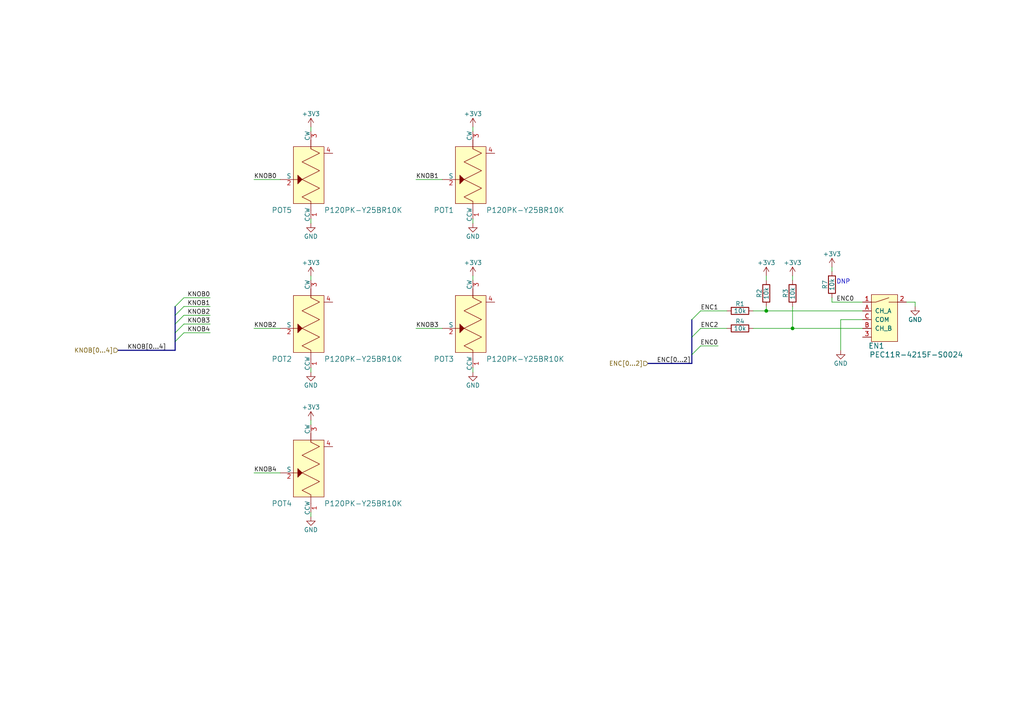
<source format=kicad_sch>
(kicad_sch (version 20211123) (generator eeschema)
  (paper "A4")
  (lib_symbols
    (symbol "Device:R" (pin_numbers hide) (pin_names (offset 0))
      (property "Reference" "R" (at 2.032 0 90))
      (property "Value" "R" (at 0 0 90))
      (symbol "R_0_1"
        (rectangle (start -1.016 -2.54) (end 1.016 2.54) (stroke (width 0.254)))
      )
      (symbol "R_1_1"
        (pin passive line (at 0 3.81 270) (length 1.27) (name "~") (number "1"))
        (pin passive line (at 0 -3.81 90) (length 1.27) (name "~") (number "2"))
      )
    )
    (symbol "dk_Encoders:PEC11R-4215F-S0024" (pin_names (offset 1.016))
      (property "Reference" "S" (at -1.27 5.715 0))
      (property "Value" "dk_Encoders_PEC11R-4215F-S0024" (at -1.27 -9.906 0))
      (symbol "PEC11R-4215F-S0024_0_1"
        (rectangle (start -5.08 4.699) (end 2.54 -8.89) (fill (type background)))
        (polyline (pts (xy 0 2.54) (xy 2.54 2.54)))
        (polyline (pts (xy -5.08 2.54) (xy -3.81 2.54) (xy 0 3.81)))
      )
      (symbol "PEC11R-4215F-S0024_1_1"
        (pin bidirectional line (at -7.62 2.54 0) (length 2.54) (name "~") (number "1"))
        (pin bidirectional line (at 5.08 2.54 180) (length 2.54) (name "~") (number "2"))
        (pin unspecified line (at -7.62 -7.62 0) (length 2.54) (name "~") (number "3"))
        (pin bidirectional line (at -7.62 0 0) (length 2.54) (name "CH_A") (number "A"))
        (pin bidirectional line (at -7.62 -5.08 0) (length 2.54) (name "CH_B") (number "B"))
        (pin input line (at -7.62 -2.54 0) (length 2.54) (name "COM") (number "C"))
      )
    )
    (symbol "dk_Rotary-Potentiometers-Rheostats:P120PK-Y25BR10K" (pin_names (offset 0))
      (property "Reference" "POT" (at -1.905 6.35 0))
      (property "Value" "dk_Rotary-Potentiometers-Rheostats_P120PK-Y25BR10K" (at 6.985 -5.08 0))
      (symbol "P120PK-Y25BR10K_0_1"
        (rectangle (start -6.985 5.08) (end 9.525 -3.81) (fill (type background)))
        (polyline (pts (xy -6.35 0) (xy -8.89 0)))
        (polyline (pts (xy 11.43 0) (xy 8.89 0)))
        (polyline (pts (xy -0.635 3.175) (xy -1.27 3.81) (xy 1.27 3.81) (xy 0 2.54)) (fill (type outline)))
        (polyline (pts (xy 0 2.54) (xy -0.635 3.175) (xy 0.635 3.175) (xy 0 2.54)))
        (polyline (pts (xy -6.3246 0.0254) (xy -5.0546 2.5654) (xy -2.5146 -2.5146) (xy -1.2446 0.0254) (xy 0.0254 2.5654) (xy 2.5654 -2.5146) (xy 5.1054 2.5654) (xy 7.6454 -2.5146) (xy 8.9154 0.0254) (xy 11.4554 0.0254)))
      )
      (symbol "P120PK-Y25BR10K_1_0"
        (pin unspecified line (at 7.62 -6.35 90) (length 2.54) (name "~") (number "4"))
      )
      (symbol "P120PK-Y25BR10K_1_1"
        (pin passive line (at -11.43 0 0) (length 2.54) (name "CCW") (number "1"))
        (pin passive line (at 0 8.89 270) (length 5.08) (name "S") (number "2"))
        (pin passive line (at 13.97 0 180) (length 2.54) (name "CW") (number "3"))
      )
    )
    (symbol "power:+3.3V" (power) (pin_names (offset 0))
      (property "Value" "+3.3V" (at 0 3.556 0))
      (symbol "+3.3V_0_1"
        (polyline (pts (xy -0.762 1.27) (xy 0 2.54)))
        (polyline (pts (xy 0 0) (xy 0 2.54)))
        (polyline (pts (xy 0 2.54) (xy 0.762 1.27)))
      )
      (symbol "+3.3V_1_1"
        (pin power_in line (at 0 0 90) (length 0) hide (name "+3V3") (number "1"))
      )
    )
    (symbol "power:GND" (power) (pin_names (offset 0))
      (property "Value" "GND" (at 0 -3.81 0))
      (symbol "GND_0_1"
        (polyline (pts (xy 0 0) (xy 0 -1.27) (xy 1.27 -1.27) (xy 0 -2.54) (xy -1.27 -1.27) (xy 0 -1.27)))
      )
      (symbol "GND_1_1"
        (pin power_in line (at 0 0 270) (length 0) hide (name "GND") (number "1"))
      )
    )
  )
  (junction (at 229.87 95.25))
  (junction (at 222.25 90.17))
  (bus_entry (at 50.8 99.06) (size 2.54 -2.54))
  (bus_entry (at 50.8 91.44) (size 2.54 -2.54))
  (bus_entry (at 200.66 92.71) (size 2.54 -2.54))
  (bus_entry (at 200.66 97.79) (size 2.54 -2.54))
  (bus_entry (at 50.8 88.9) (size 2.54 -2.54))
  (bus_entry (at 50.8 93.98) (size 2.54 -2.54))
  (bus_entry (at 50.8 96.52) (size 2.54 -2.54))
  (bus_entry (at 200.66 102.87) (size 2.54 -2.54))
  (wire (pts (xy 229.87 88.9) (xy 229.87 95.25)))
  (wire (pts (xy 241.3 77.47) (xy 241.3 78.74)))
  (wire (pts (xy 90.17 121.92) (xy 90.17 123.19)))
  (wire (pts (xy 53.34 93.98) (xy 60.96 93.98)))
  (wire (pts (xy 203.2 90.17) (xy 210.82 90.17)))
  (wire (pts (xy 73.66 52.07) (xy 81.28 52.07)))
  (wire (pts (xy 265.43 87.63) (xy 265.43 88.9)))
  (wire (pts (xy 137.16 106.68) (xy 137.16 107.95)))
  (wire (pts (xy 53.34 86.36) (xy 60.96 86.36)))
  (wire (pts (xy 203.2 95.25) (xy 210.82 95.25)))
  (bus (pts (xy 200.66 92.71) (xy 200.66 97.79)))
  (wire (pts (xy 203.2 100.33) (xy 208.28 100.33)))
  (wire (pts (xy 137.16 36.83) (xy 137.16 38.1)))
  (wire (pts (xy 137.16 63.5) (xy 137.16 64.77)))
  (bus (pts (xy 50.8 91.44) (xy 50.8 93.98)))
  (wire (pts (xy 53.34 96.52) (xy 60.96 96.52)))
  (bus (pts (xy 34.29 101.6) (xy 50.8 101.6)))
  (wire (pts (xy 229.87 95.25) (xy 250.19 95.25)))
  (wire (pts (xy 241.3 86.36) (xy 241.3 87.63)))
  (bus (pts (xy 50.8 96.52) (xy 50.8 99.06)))
  (wire (pts (xy 222.25 90.17) (xy 250.19 90.17)))
  (bus (pts (xy 200.66 102.87) (xy 200.66 105.41)))
  (wire (pts (xy 90.17 36.83) (xy 90.17 38.1)))
  (wire (pts (xy 120.65 52.07) (xy 128.27 52.07)))
  (wire (pts (xy 241.3 87.63) (xy 250.19 87.63)))
  (wire (pts (xy 222.25 80.01) (xy 222.25 81.28)))
  (bus (pts (xy 200.66 97.79) (xy 200.66 102.87)))
  (wire (pts (xy 222.25 88.9) (xy 222.25 90.17)))
  (wire (pts (xy 218.44 95.25) (xy 229.87 95.25)))
  (wire (pts (xy 250.19 92.71) (xy 243.84 92.71)))
  (wire (pts (xy 90.17 106.68) (xy 90.17 107.95)))
  (wire (pts (xy 218.44 90.17) (xy 222.25 90.17)))
  (wire (pts (xy 73.66 137.16) (xy 81.28 137.16)))
  (wire (pts (xy 243.84 92.71) (xy 243.84 101.6)))
  (wire (pts (xy 262.89 87.63) (xy 265.43 87.63)))
  (wire (pts (xy 53.34 91.44) (xy 60.96 91.44)))
  (wire (pts (xy 90.17 148.59) (xy 90.17 149.86)))
  (wire (pts (xy 137.16 80.01) (xy 137.16 81.28)))
  (bus (pts (xy 50.8 99.06) (xy 50.8 101.6)))
  (bus (pts (xy 50.8 93.98) (xy 50.8 96.52)))
  (bus (pts (xy 50.8 88.9) (xy 50.8 91.44)))
  (bus (pts (xy 187.96 105.41) (xy 200.66 105.41)))
  (wire (pts (xy 73.66 95.25) (xy 81.28 95.25)))
  (wire (pts (xy 120.65 95.25) (xy 128.27 95.25)))
  (wire (pts (xy 229.87 80.01) (xy 229.87 81.28)))
  (wire (pts (xy 90.17 63.5) (xy 90.17 64.77)))
  (wire (pts (xy 53.34 88.9) (xy 60.96 88.9)))
  (wire (pts (xy 90.17 80.01) (xy 90.17 81.28)))
  (text "DNP" (at 242.57 82.55 0) (effects (font (size 1.27 1.27)) (justify left bottom)))
  (label "ENC2" (at 203.2 95.25 0))
  (label "KNOB0" (at 73.66 52.07 0))
  (label "KNOB3" (at 120.65 95.25 0))
  (label "ENC1" (at 203.2 90.17 0))
  (label "KNOB4" (at 73.66 137.16 0))
  (label "KNOB0" (at 60.96 86.36 180))
  (label "ENC[0...2]" (at 190.5 105.41 0))
  (label "ENC0" (at 242.57 87.63 0))
  (label "KNOB2" (at 73.66 95.25 0))
  (label "KNOB3" (at 60.96 93.98 180))
  (label "KNOB[0...4]" (at 48.26 101.6 180))
  (label "ENC0" (at 208.28 100.33 180))
  (label "KNOB4" (at 60.96 96.52 180))
  (label "KNOB1" (at 60.96 88.9 180))
  (label "KNOB2" (at 60.96 91.44 180))
  (label "KNOB1" (at 120.65 52.07 0))
  (hierarchical_label "KNOB[0...4]" (shape input) (at 34.29 101.6 180))
  (hierarchical_label "ENC[0...2]" (shape input) (at 187.96 105.41 180))
  (symbol (lib_id "power:GND") (at 243.84 101.6 0)
    (property "Reference" "#GND01" (effects hide))
    (property "Value" "GND" (at 243.84 105.41 0))
  )
  (symbol (lib_id "dk_Rotary-Potentiometers-Rheostats:P120PK-Y25BR10K") (at 137.16 52.07 90)
    (property "Reference" "POT1" (at 125.73 60.96 90) (effects (font (size 1.524 1.524)) (justify right)))
    (property "Value" "P120PK-Y25BR10K" (at 140.97 60.96 90) (effects (font (size 1.524 1.524)) (justify right)))
    (property "Footprint" "digikey-footprints:Potentiometer_P120PK-Y25BR10K" (effects hide))
    (property "Datasheet" "http://www.ttelectronics.com/sites/default/files/download-files/Datasheet_RotaryPanelPot_P120series.pdf" (effects hide))
    (property "Digi-Key_PN" "987-1710-ND" (effects hide))
    (property "MPN" "P120PK-Y25BR10K" (effects hide))
    (property "Category" "Potentiometers, Variable Resistors" (effects hide))
    (property "Family" "Rotary Potentiometers, Rheostats" (effects hide))
    (property "DK_Datasheet_Link" "http://www.ttelectronics.com/sites/default/files/download-files/Datasheet_RotaryPanelPot_P120series.pdf" (effects hide))
    (property "DK_Detail_Page" "/product-detail/en/tt-electronics-bi/P120PK-Y25BR10K/987-1710-ND/5957454" (effects hide))
    (property "Description" "POT 10K OHM 1/20W PLASTIC LINEAR" (effects hide))
    (property "Manufacturer" "TT Electronics/BI" (effects hide))
    (property "Status" "Active" (effects hide))
  )
  (symbol (lib_id "Device:R") (at 222.25 85.09 180)
    (property "Reference" "R2" (at 220.218 85.09 90))
    (property "Value" "10k" (at 222.25 85.09 90))
    (property "Footprint" "Resistors_SMD:R_0603_HandSoldering" (effects hide))
  )
  (symbol (lib_id "Device:R") (at 214.63 90.17 90)
    (property "Reference" "R1" (at 214.63 88.138 90))
    (property "Value" "10k" (at 214.63 90.17 90))
    (property "Footprint" "Resistors_SMD:R_0603_HandSoldering" (effects hide))
  )
  (symbol (lib_id "Device:R") (at 214.63 95.25 90)
    (property "Reference" "R4" (at 214.63 93.218 90))
    (property "Value" "10k" (at 214.63 95.25 90))
    (property "Footprint" "Resistors_SMD:R_0603_HandSoldering" (effects hide))
  )
  (symbol (lib_id "dk_Encoders:PEC11R-4215F-S0024") (at 257.81 90.17 0)
    (property "Reference" "EN1" (at 256.54 100.33 0) (effects (font (size 1.524 1.524)) (justify right)))
    (property "Value" "PEC11R-4215F-S0024" (at 279.4 102.87 0) (effects (font (size 1.524 1.524)) (justify right)))
    (property "Footprint" "digikey-footprints:Rotary_Encoder_Switched_PEC11R" (effects hide))
    (property "Datasheet" "https://www.bourns.com/docs/Product-Datasheets/PEC11R.pdf" (effects hide))
    (property "Digi-Key_PN" "PEC11R-4215F-S0024-ND" (effects hide))
    (property "MPN" "PEC11R-4215F-S0024" (effects hide))
    (property "Category" "Sensors, Transducers" (effects hide))
    (property "Family" "Encoders" (effects hide))
    (property "DK_Datasheet_Link" "https://www.bourns.com/docs/Product-Datasheets/PEC11R.pdf" (effects hide))
    (property "DK_Detail_Page" "/product-detail/en/bourns-inc/PEC11R-4215F-S0024/PEC11R-4215F-S0024-ND/4499665" (effects hide))
    (property "Description" "ENCODER ROTARY" (effects hide))
    (property "Manufacturer" "Bourns Inc." (effects hide))
    (property "Status" "Active" (effects hide))
  )
  (symbol (lib_id "power:GND") (at 137.16 64.77 0)
    (property "Reference" "#GND0101" (effects hide))
    (property "Value" "GND" (at 137.16 68.58 0))
  )
  (symbol (lib_id "dk_Rotary-Potentiometers-Rheostats:P120PK-Y25BR10K") (at 90.17 52.07 90)
    (property "Reference" "POT5" (at 78.74 60.96 90) (effects (font (size 1.524 1.524)) (justify right)))
    (property "Value" "P120PK-Y25BR10K" (at 93.98 60.96 90) (effects (font (size 1.524 1.524)) (justify right)))
    (property "Footprint" "digikey-footprints:Potentiometer_P120PK-Y25BR10K" (effects hide))
    (property "Datasheet" "http://www.ttelectronics.com/sites/default/files/download-files/Datasheet_RotaryPanelPot_P120series.pdf" (effects hide))
    (property "Digi-Key_PN" "987-1710-ND" (effects hide))
    (property "MPN" "P120PK-Y25BR10K" (effects hide))
    (property "Category" "Potentiometers, Variable Resistors" (effects hide))
    (property "Family" "Rotary Potentiometers, Rheostats" (effects hide))
    (property "DK_Datasheet_Link" "http://www.ttelectronics.com/sites/default/files/download-files/Datasheet_RotaryPanelPot_P120series.pdf" (effects hide))
    (property "DK_Detail_Page" "/product-detail/en/tt-electronics-bi/P120PK-Y25BR10K/987-1710-ND/5957454" (effects hide))
    (property "Description" "POT 10K OHM 1/20W PLASTIC LINEAR" (effects hide))
    (property "Manufacturer" "TT Electronics/BI" (effects hide))
    (property "Status" "Active" (effects hide))
  )
  (symbol (lib_id "power:GND") (at 90.17 64.77 0)
    (property "Reference" "#GND0106" (effects hide))
    (property "Value" "GND" (at 90.17 68.58 0))
  )
  (symbol (lib_id "power:+3.3V") (at 90.17 36.83 0)
    (property "Reference" "#PWR0108" (effects hide))
    (property "Value" "+3.3V" (at 90.17 33.02 0))
  )
  (symbol (lib_id "power:+3.3V") (at 137.16 36.83 0)
    (property "Reference" "#PWR043" (effects hide))
    (property "Value" "+3.3V" (at 137.16 33.02 0))
  )
  (symbol (lib_id "dk_Rotary-Potentiometers-Rheostats:P120PK-Y25BR10K") (at 137.16 95.25 90)
    (property "Reference" "POT3" (at 125.73 104.14 90) (effects (font (size 1.524 1.524)) (justify right)))
    (property "Value" "P120PK-Y25BR10K" (at 140.97 104.14 90) (effects (font (size 1.524 1.524)) (justify right)))
    (property "Footprint" "digikey-footprints:Potentiometer_P120PK-Y25BR10K" (effects hide))
    (property "Datasheet" "http://www.ttelectronics.com/sites/default/files/download-files/Datasheet_RotaryPanelPot_P120series.pdf" (effects hide))
    (property "Digi-Key_PN" "987-1710-ND" (effects hide))
    (property "MPN" "P120PK-Y25BR10K" (effects hide))
    (property "Category" "Potentiometers, Variable Resistors" (effects hide))
    (property "Family" "Rotary Potentiometers, Rheostats" (effects hide))
    (property "DK_Datasheet_Link" "http://www.ttelectronics.com/sites/default/files/download-files/Datasheet_RotaryPanelPot_P120series.pdf" (effects hide))
    (property "DK_Detail_Page" "/product-detail/en/tt-electronics-bi/P120PK-Y25BR10K/987-1710-ND/5957454" (effects hide))
    (property "Description" "POT 10K OHM 1/20W PLASTIC LINEAR" (effects hide))
    (property "Manufacturer" "TT Electronics/BI" (effects hide))
    (property "Status" "Active" (effects hide))
  )
  (symbol (lib_id "power:GND") (at 137.16 107.95 0)
    (property "Reference" "#GND04" (effects hide))
    (property "Value" "GND" (at 137.16 111.76 0))
  )
  (symbol (lib_id "dk_Rotary-Potentiometers-Rheostats:P120PK-Y25BR10K") (at 90.17 95.25 90)
    (property "Reference" "POT2" (at 78.74 104.14 90) (effects (font (size 1.524 1.524)) (justify right)))
    (property "Value" "P120PK-Y25BR10K" (at 93.98 104.14 90) (effects (font (size 1.524 1.524)) (justify right)))
    (property "Footprint" "digikey-footprints:Potentiometer_P120PK-Y25BR10K" (effects hide))
    (property "Datasheet" "http://www.ttelectronics.com/sites/default/files/download-files/Datasheet_RotaryPanelPot_P120series.pdf" (effects hide))
    (property "Digi-Key_PN" "987-1710-ND" (effects hide))
    (property "MPN" "P120PK-Y25BR10K" (effects hide))
    (property "Category" "Potentiometers, Variable Resistors" (effects hide))
    (property "Family" "Rotary Potentiometers, Rheostats" (effects hide))
    (property "DK_Datasheet_Link" "http://www.ttelectronics.com/sites/default/files/download-files/Datasheet_RotaryPanelPot_P120series.pdf" (effects hide))
    (property "DK_Detail_Page" "/product-detail/en/tt-electronics-bi/P120PK-Y25BR10K/987-1710-ND/5957454" (effects hide))
    (property "Description" "POT 10K OHM 1/20W PLASTIC LINEAR" (effects hide))
    (property "Manufacturer" "TT Electronics/BI" (effects hide))
    (property "Status" "Active" (effects hide))
  )
  (symbol (lib_id "power:GND") (at 90.17 107.95 0)
    (property "Reference" "#GND02" (effects hide))
    (property "Value" "GND" (at 90.17 111.76 0))
  )
  (symbol (lib_id "power:+3.3V") (at 90.17 80.01 0)
    (property "Reference" "#PWR041" (effects hide))
    (property "Value" "+3.3V" (at 90.17 76.2 0))
  )
  (symbol (lib_id "power:+3.3V") (at 137.16 80.01 0)
    (property "Reference" "#PWR044" (effects hide))
    (property "Value" "+3.3V" (at 137.16 76.2 0))
  )
  (symbol (lib_id "dk_Rotary-Potentiometers-Rheostats:P120PK-Y25BR10K") (at 90.17 137.16 90)
    (property "Reference" "POT4" (at 78.74 146.05 90) (effects (font (size 1.524 1.524)) (justify right)))
    (property "Value" "P120PK-Y25BR10K" (at 93.98 146.05 90) (effects (font (size 1.524 1.524)) (justify right)))
    (property "Footprint" "digikey-footprints:Potentiometer_P120PK-Y25BR10K" (effects hide))
    (property "Datasheet" "http://www.ttelectronics.com/sites/default/files/download-files/Datasheet_RotaryPanelPot_P120series.pdf" (effects hide))
    (property "Digi-Key_PN" "987-1710-ND" (effects hide))
    (property "MPN" "P120PK-Y25BR10K" (effects hide))
    (property "Category" "Potentiometers, Variable Resistors" (effects hide))
    (property "Family" "Rotary Potentiometers, Rheostats" (effects hide))
    (property "DK_Datasheet_Link" "http://www.ttelectronics.com/sites/default/files/download-files/Datasheet_RotaryPanelPot_P120series.pdf" (effects hide))
    (property "DK_Detail_Page" "/product-detail/en/tt-electronics-bi/P120PK-Y25BR10K/987-1710-ND/5957454" (effects hide))
    (property "Description" "POT 10K OHM 1/20W PLASTIC LINEAR" (effects hide))
    (property "Manufacturer" "TT Electronics/BI" (effects hide))
    (property "Status" "Active" (effects hide))
  )
  (symbol (lib_id "power:GND") (at 90.17 149.86 0)
    (property "Reference" "#GND03" (effects hide))
    (property "Value" "GND" (at 90.17 153.67 0))
  )
  (symbol (lib_id "power:+3.3V") (at 90.17 121.92 0)
    (property "Reference" "#PWR042" (effects hide))
    (property "Value" "+3.3V" (at 90.17 118.11 0))
  )
  (symbol (lib_id "Device:R") (at 229.87 85.09 180)
    (property "Reference" "R3" (at 227.838 85.09 90))
    (property "Value" "10k" (at 229.87 85.09 90))
    (property "Footprint" "Resistors_SMD:R_0603_HandSoldering" (effects hide))
  )
  (symbol (lib_id "power:+3.3V") (at 229.87 80.01 0)
    (property "Reference" "#PWR045" (effects hide))
    (property "Value" "+3.3V" (at 229.87 76.2 0))
  )
  (symbol (lib_id "power:GND") (at 265.43 88.9 0)
    (property "Reference" "#GND05" (effects hide))
    (property "Value" "GND" (at 265.43 92.71 0))
  )
  (symbol (lib_id "Device:R") (at 241.3 82.55 180)
    (property "Reference" "R7" (at 239.268 82.55 90))
    (property "Value" "10k" (at 241.3 82.55 90))
    (property "Footprint" "Resistors_SMD:R_0603_HandSoldering" (effects hide))
  )
  (symbol (lib_id "power:+3.3V") (at 241.3 77.47 0)
    (property "Reference" "#PWR046" (effects hide))
    (property "Value" "+3.3V" (at 241.3 73.66 0))
  )
  (symbol (lib_id "power:+3.3V") (at 222.25 80.01 0)
    (property "Reference" "#PWR0106" (effects hide))
    (property "Value" "+3.3V" (at 222.25 76.2 0))
  )
)
</source>
